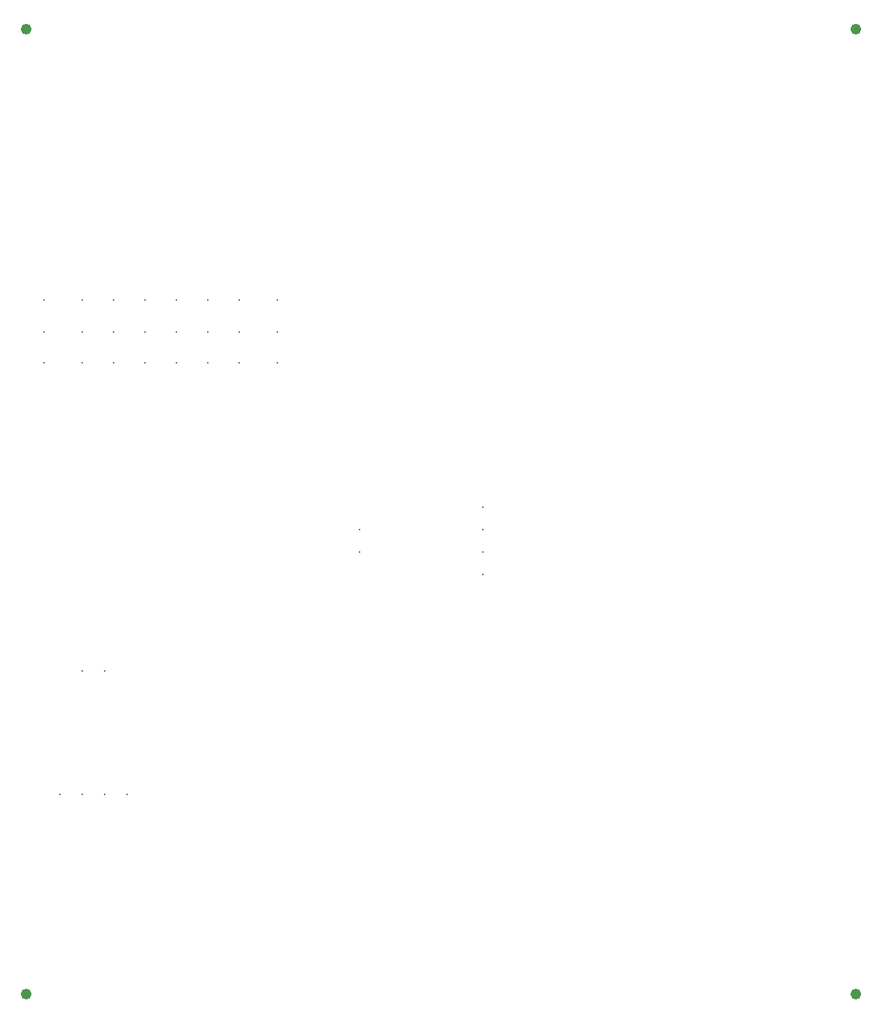
<source format=gbr>
%TF.GenerationSoftware,Altium Limited,Altium Designer,24.4.1 (13)*%
G04 Layer_Color=8388736*
%FSLAX45Y45*%
%MOMM*%
%TF.SameCoordinates,8A7C2A8E-E69E-4B29-94BC-9739BFB7EBFE*%
%TF.FilePolarity,Negative*%
%TF.FileFunction,Soldermask,Top*%
%TF.Part,Single*%
G01*
G75*
%TA.AperFunction,ComponentPad*%
%ADD22C,0.20320*%
%TA.AperFunction,ViaPad*%
%ADD23C,1.21920*%
D22*
X8255000Y3784600D02*
D03*
X8001000D02*
D03*
X7747000D02*
D03*
X7493000D02*
D03*
X7747000Y5181600D02*
D03*
X8001000D02*
D03*
X8458200Y8674100D02*
D03*
X8102600D02*
D03*
X7747000D02*
D03*
X9956800Y9017000D02*
D03*
X9525000D02*
D03*
X9169400D02*
D03*
X8813800D02*
D03*
X7315200Y8674100D02*
D03*
Y9385300D02*
D03*
X7747000D02*
D03*
X8102600D02*
D03*
X8458200D02*
D03*
X9956800Y8674100D02*
D03*
X9525000D02*
D03*
X8458200Y9017000D02*
D03*
X8102600D02*
D03*
X7747000D02*
D03*
X8813800Y9385300D02*
D03*
X9169400D02*
D03*
X9525000D02*
D03*
X9956800D02*
D03*
X7315200Y9017000D02*
D03*
X8813800Y8674100D02*
D03*
X9169400D02*
D03*
X10883900Y6781800D02*
D03*
Y6527800D02*
D03*
X12280900Y6273800D02*
D03*
Y6527800D02*
D03*
Y6781800D02*
D03*
Y7035800D02*
D03*
D23*
X7112000Y1524000D02*
D03*
X16510001D02*
D03*
X7112000Y12446000D02*
D03*
X16510001D02*
D03*
%TF.MD5,fd3c80ee61a8725897a4c392ff66b939*%
M02*

</source>
